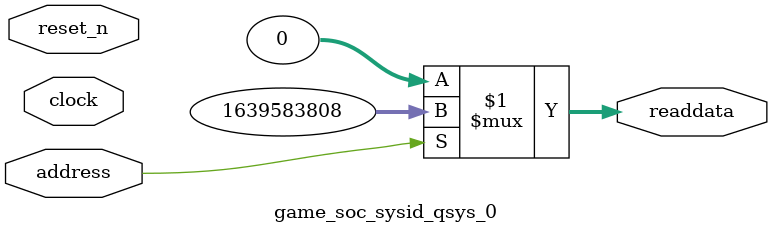
<source format=v>



// synthesis translate_off
`timescale 1ns / 1ps
// synthesis translate_on

// turn off superfluous verilog processor warnings 
// altera message_level Level1 
// altera message_off 10034 10035 10036 10037 10230 10240 10030 

module game_soc_sysid_qsys_0 (
               // inputs:
                address,
                clock,
                reset_n,

               // outputs:
                readdata
             )
;

  output  [ 31: 0] readdata;
  input            address;
  input            clock;
  input            reset_n;

  wire    [ 31: 0] readdata;
  //control_slave, which is an e_avalon_slave
  assign readdata = address ? 1639583808 : 0;

endmodule



</source>
